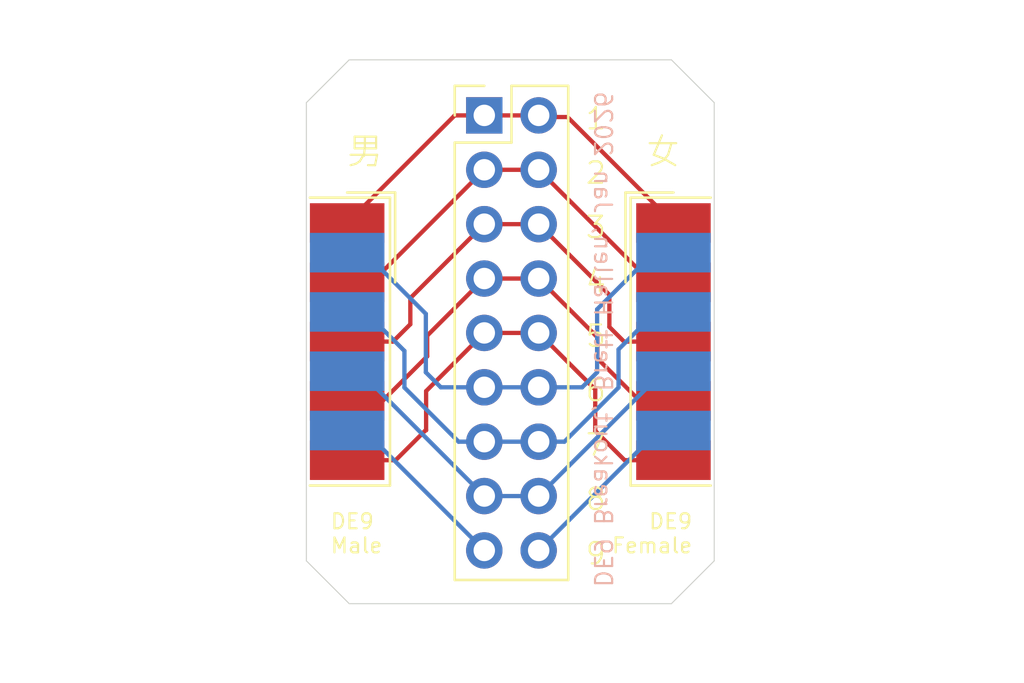
<source format=kicad_pcb>
(kicad_pcb (version 20241229) (generator "pcbnew") (generator_version "9.0")
  (title_block (title "DE9 Breakout") (date "26/JAN/2025") (rev "B") (company "Brett Hallen") (comment 1 "www.youtube.com/@Brfff"))
  (layers (0 "F.Cu" signal) (2 "B.Cu" signal) (13 "F.Paste" user) (15 "B.Paste" user) (5 "F.SilkS" user "F.Silkscreen") (7 "B.SilkS" user "B.Silkscreen") (1 "F.Mask" user) (3 "B.Mask" user) (25 "Edge.Cuts" user))
  (net 0 "")
  (net 1 "/Pin9")
  (net 2 "/Pin3")
  (net 3 "/Pin5")
  (net 4 "/Pin1")
  (net 5 "/Pin6")
  (net 6 "/Pin4")
  (net 7 "/Pin8")
  (net 8 "/Pin2")
  (net 9 "/Pin7")
  (footprint "Connector_Dsub:DSUB-9_Pins_EdgeMount_P2.77mm" (layer "F.Cu") (at 93.925 63.27 -90)
    (property "Reference" "J2" (hide yes))
    (property "Value" "DE9 Male" (hide yes))
    (fp_line (start 6.723333 1.74) (end 6.723333 -2) (stroke (width 0.12)) (layer "F.SilkS"))
    (fp_line (start -6.963333 0) (end -6.963333 -2.24) (stroke (width 0.12)) (layer "F.SilkS"))
    (fp_line (start -6.723333 -2) (end -6.723333 1.74) (stroke (width 0.12)) (layer "F.SilkS"))
    (fp_line (start 6.723333 -2) (end -6.723333 -2) (stroke (width 0.12)) (layer "F.SilkS"))
    (fp_line (start -6.963333 -2.24) (end -2.77 -2.24) (stroke (width 0.12)) (layer "F.SilkS"))
    (pad "1" smd rect (at -5.54 0 270) (size 1.846667 3.48) (layers "F.Cu" "F.Mask" "F.Paste") (net 4 "/Pin1"))
    (pad "2" smd rect (at -2.77 0 270) (size 1.846667 3.48) (layers "F.Cu" "F.Mask" "F.Paste") (net 8 "/Pin2"))
    (pad "3" smd rect (at 0 0 270) (size 1.846667 3.48) (layers "F.Cu" "F.Mask" "F.Paste") (net 2 "/Pin3"))
    (pad "4" smd rect (at 2.77 0 270) (size 1.846667 3.48) (layers "F.Cu" "F.Mask" "F.Paste") (net 6 "/Pin4"))
    (pad "5" smd rect (at 5.54 0 270) (size 1.846667 3.48) (layers "F.Cu" "F.Mask" "F.Paste") (net 3 "/Pin5"))
    (pad "6" smd rect (at -4.155 0 270) (size 1.846667 3.48) (layers "B.Cu" "B.Mask" "B.Paste") (net 5 "/Pin6"))
    (pad "7" smd rect (at -1.385 0 270) (size 1.846667 3.48) (layers "B.Cu" "B.Mask" "B.Paste") (net 9 "/Pin7"))
    (pad "8" smd rect (at 1.385 0 270) (size 1.846667 3.48) (layers "B.Cu" "B.Mask" "B.Paste") (net 7 "/Pin8"))
    (pad "9" smd rect (at 4.155 0 270) (size 1.846667 3.48) (layers "B.Cu" "B.Mask" "B.Paste") (net 1 "/Pin9"))
  )
  (footprint "Connector_Dsub:DSUB-9_Socket_EdgeMount_P2.77mm" (layer "F.Cu") (at 109.165 63.27 90)
    (property "Reference" "J3" (hide yes))
    (property "Value" "DE9 Female" (hide yes))
    (fp_line (start 6.963333 -2.24) (end 2.77 -2.24) (stroke (width 0.12)) (layer "F.SilkS"))
    (fp_line (start 6.723333 -2) (end -6.723333 -2) (stroke (width 0.12)) (layer "F.SilkS"))
    (fp_line (start -6.723333 -2) (end -6.723333 1.74) (stroke (width 0.12)) (layer "F.SilkS"))
    (fp_line (start 6.963333 0) (end 6.963333 -2.24) (stroke (width 0.12)) (layer "F.SilkS"))
    (fp_line (start 6.723333 1.74) (end 6.723333 -2) (stroke (width 0.12)) (layer "F.SilkS"))
    (pad "1" smd rect (at 5.54 0 90) (size 1.846667 3.48) (layers "F.Cu" "F.Mask" "F.Paste") (net 4 "/Pin1"))
    (pad "2" smd rect (at 2.77 0 90) (size 1.846667 3.48) (layers "F.Cu" "F.Mask" "F.Paste") (net 8 "/Pin2"))
    (pad "3" smd rect (at 0 0 90) (size 1.846667 3.48) (layers "F.Cu" "F.Mask" "F.Paste") (net 2 "/Pin3"))
    (pad "4" smd rect (at -2.77 0 90) (size 1.846667 3.48) (layers "F.Cu" "F.Mask" "F.Paste") (net 6 "/Pin4"))
    (pad "5" smd rect (at -5.54 0 90) (size 1.846667 3.48) (layers "F.Cu" "F.Mask" "F.Paste") (net 3 "/Pin5"))
    (pad "6" smd rect (at 4.155 0 90) (size 1.846667 3.48) (layers "B.Cu" "B.Mask" "B.Paste") (net 5 "/Pin6"))
    (pad "7" smd rect (at 1.385 0 90) (size 1.846667 3.48) (layers "B.Cu" "B.Mask" "B.Paste") (net 9 "/Pin7"))
    (pad "8" smd rect (at -1.385 0 90) (size 1.846667 3.48) (layers "B.Cu" "B.Mask" "B.Paste") (net 7 "/Pin8"))
    (pad "9" smd rect (at -4.155 0 90) (size 1.846667 3.48) (layers "B.Cu" "B.Mask" "B.Paste") (net 1 "/Pin9"))
  )
  (footprint "Connector_PinHeader_2.54mm:PinHeader_2x09_P2.54mm_Vertical" (layer "F.Cu") (at 100.33 52.705)
    (property "Reference" "J1" (hide yes))
    (property "Value" "Breakout" (hide yes))
    (fp_line (start -1.38 -1.38) (end 0 -1.38) (stroke (width 0.12)) (layer "F.SilkS"))
    (fp_line (start -1.38 0) (end -1.38 -1.38) (stroke (width 0.12)) (layer "F.SilkS"))
    (fp_line (start -1.38 1.27) (end -1.38 21.7) (stroke (width 0.12)) (layer "F.SilkS"))
    (fp_line (start -1.38 1.27) (end 1.27 1.27) (stroke (width 0.12)) (layer "F.SilkS"))
    (fp_line (start -1.38 21.7) (end 3.92 21.7) (stroke (width 0.12)) (layer "F.SilkS"))
    (fp_line (start 1.27 -1.38) (end 3.92 -1.38) (stroke (width 0.12)) (layer "F.SilkS"))
    (fp_line (start 1.27 1.27) (end 1.27 -1.38) (stroke (width 0.12)) (layer "F.SilkS"))
    (fp_line (start 3.92 -1.38) (end 3.92 21.7) (stroke (width 0.12)) (layer "F.SilkS"))
    (pad "a1" thru_hole rect (at 0 0) (size 1.7 1.7) (drill 1) (layers "*.Cu" "*.Mask") (net 4 "/Pin1"))
    (pad "a2" thru_hole circle (at 0 2.54) (size 1.7 1.7) (drill 1) (layers "*.Cu" "*.Mask") (net 8 "/Pin2"))
    (pad "a3" thru_hole circle (at 0 5.08) (size 1.7 1.7) (drill 1) (layers "*.Cu" "*.Mask") (net 2 "/Pin3"))
    (pad "a4" thru_hole circle (at 0 7.62) (size 1.7 1.7) (drill 1) (layers "*.Cu" "*.Mask") (net 6 "/Pin4"))
    (pad "a5" thru_hole circle (at 0 10.16) (size 1.7 1.7) (drill 1) (layers "*.Cu" "*.Mask") (net 3 "/Pin5"))
    (pad "a6" thru_hole circle (at 0 12.7) (size 1.7 1.7) (drill 1) (layers "*.Cu" "*.Mask") (net 5 "/Pin6"))
    (pad "a7" thru_hole circle (at 0 15.24) (size 1.7 1.7) (drill 1) (layers "*.Cu" "*.Mask") (net 9 "/Pin7"))
    (pad "a8" thru_hole circle (at 0 17.78) (size 1.7 1.7) (drill 1) (layers "*.Cu" "*.Mask") (net 7 "/Pin8"))
    (pad "a9" thru_hole circle (at 0 20.32) (size 1.7 1.7) (drill 1) (layers "*.Cu" "*.Mask") (net 1 "/Pin9"))
    (pad "b1" thru_hole circle (at 2.54 0) (size 1.7 1.7) (drill 1) (layers "*.Cu" "*.Mask") (net 4 "/Pin1"))
    (pad "b2" thru_hole circle (at 2.54 2.54) (size 1.7 1.7) (drill 1) (layers "*.Cu" "*.Mask") (net 8 "/Pin2"))
    (pad "b3" thru_hole circle (at 2.54 5.08) (size 1.7 1.7) (drill 1) (layers "*.Cu" "*.Mask") (net 2 "/Pin3"))
    (pad "b4" thru_hole circle (at 2.54 7.62) (size 1.7 1.7) (drill 1) (layers "*.Cu" "*.Mask") (net 6 "/Pin4"))
    (pad "b5" thru_hole circle (at 2.54 10.16) (size 1.7 1.7) (drill 1) (layers "*.Cu" "*.Mask") (net 3 "/Pin5"))
    (pad "b6" thru_hole circle (at 2.54 12.7) (size 1.7 1.7) (drill 1) (layers "*.Cu" "*.Mask") (net 5 "/Pin6"))
    (pad "b7" thru_hole circle (at 2.54 15.24) (size 1.7 1.7) (drill 1) (layers "*.Cu" "*.Mask") (net 9 "/Pin7"))
    (pad "b8" thru_hole circle (at 2.54 17.78) (size 1.7 1.7) (drill 1) (layers "*.Cu" "*.Mask") (net 7 "/Pin8"))
    (pad "b9" thru_hole circle (at 2.54 20.32) (size 1.7 1.7) (drill 1) (layers "*.Cu" "*.Mask") (net 1 "/Pin9"))
  )
  (gr_line (start 111.07 73.51) (end 111.07 52.11) (stroke (width 0.05)) (layer "Edge.Cuts"))
  (gr_line (start 109.07 50.11) (end 111.07 52.11) (stroke (width 0.05)) (layer "Edge.Cuts"))
  (gr_line (start 94.02 75.51) (end 92.02 73.51) (stroke (width 0.05)) (layer "Edge.Cuts"))
  (gr_line (start 92.02 73.51) (end 92.02 52.11) (stroke (width 0.05)) (layer "Edge.Cuts"))
  (gr_line (start 94.02 50.11) (end 109.07 50.11) (stroke (width 0.05)) (layer "Edge.Cuts"))
  (gr_line (start 109.07 75.51) (end 111.07 73.51) (stroke (width 0.05)) (layer "Edge.Cuts"))
  (gr_line (start 92.02 52.11) (end 94.02 50.11) (stroke (width 0.05)) (layer "Edge.Cuts"))
  (gr_line (start 94.02 75.51) (end 109.07 75.51) (stroke (width 0.05)) (layer "Edge.Cuts"))
  (gr_text "1" (at 104.998 53.436979 0) (layer "F.SilkS") (effects (font (size 1 1) (thickness 0.1)) (justify left bottom)))
  (gr_text "6" (at 104.998 66.136979 0) (layer "F.SilkS") (effects (font (size 1 1) (thickness 0.1)) (justify left bottom)))
  (gr_text "8" (at 104.998 71.216979 0) (layer "F.SilkS") (effects (font (size 1 1) (thickness 0.1)) (justify left bottom)))
  (gr_text "DE9\nFemale" (at 110.1 73.205 0) (layer "F.SilkS") (effects (font (size 0.7 0.7) (thickness 0.1)) (justify right bottom)))
  (gr_text "7" (at 104.998 68.676979 0) (layer "F.SilkS") (effects (font (size 1 1) (thickness 0.1)) (justify left bottom)))
  (gr_text "DE9\nMale" (at 93.1 73.205 0) (layer "F.SilkS") (effects (font (size 0.7 0.7) (thickness 0.1)) (justify left bottom)))
  (gr_text "女" (at 107.895 55.19 0) (layer "F.SilkS") (effects (font (size 1.27 1) (thickness 0.1)) (justify left bottom)))
  (gr_text "4" (at 104.998 61.056979 0) (layer "F.SilkS") (effects (font (size 1 1) (thickness 0.1)) (justify left bottom)))
  (gr_text "2" (at 104.998 55.976979 0) (layer "F.SilkS") (effects (font (size 1 1) (thickness 0.1)) (justify left bottom)))
  (gr_text "3" (at 104.998 58.516979 0) (layer "F.SilkS") (effects (font (size 1 1) (thickness 0.1)) (justify left bottom)))
  (gr_text "5" (at 104.998 63.596979 0) (layer "F.SilkS") (effects (font (size 1 1) (thickness 0.1)) (justify left bottom)))
  (gr_text "9" (at 104.998 73.756979 0) (layer "F.SilkS") (effects (font (size 1 1) (thickness 0.1)) (justify left bottom)))
  (gr_text "男" (at 93.925 55.19 0) (layer "F.SilkS") (effects (font (size 1.27 1) (thickness 0.1)) (justify left bottom)))
  (gr_text "DE9 Breakout, Brett Hallen, Jan 2026" (at 105.39861 74.807431 270) (layer "B.SilkS") (effects (font (size 0.8 0.8) (thickness 0.1)) (justify left bottom mirror)))
  (segment (start 108.47 67.425) (end 102.87 73.025) (width 0.2) (layer "B.Cu") (net 1))
  (segment (start 94.73 67.425) (end 100.33 73.025) (width 0.2) (layer "B.Cu") (net 1))
  (segment (start 109.165 67.425) (end 108.47 67.425) (width 0.2) (layer "B.Cu") (net 1))
  (segment (start 93.925 67.425) (end 94.73 67.425) (width 0.2) (layer "B.Cu") (net 1))
  (segment (start 96.8756 61.2394) (end 96.8756 62.4586) (width 0.2) (layer "F.Cu") (net 2))
  (segment (start 96.0642 63.27) (end 93.925 63.27) (width 0.2) (layer "F.Cu") (net 2))
  (segment (start 106.8564 63.27) (end 109.165 63.27) (width 0.2) (layer "F.Cu") (net 2))
  (segment (start 106.172 62.5856) (end 106.8564 63.27) (width 0.2) (layer "F.Cu") (net 2))
  (segment (start 100.33 57.785) (end 102.87 57.785) (width 0.2) (layer "F.Cu") (net 2))
  (segment (start 102.87 57.785) (end 106.172 61.087) (width 0.2) (layer "F.Cu") (net 2))
  (segment (start 96.8756 62.4586) (end 96.0642 63.27) (width 0.2) (layer "F.Cu") (net 2))
  (segment (start 106.172 61.087) (end 106.172 62.5856) (width 0.2) (layer "F.Cu") (net 2))
  (segment (start 100.33 57.785) (end 96.8756 61.2394) (width 0.2) (layer "F.Cu") (net 2))
  (segment (start 100.33 62.865) (end 97.6122 65.5828) (width 0.2) (layer "F.Cu") (net 3))
  (segment (start 97.6122 65.5828) (end 97.6122 67.4116) (width 0.2) (layer "F.Cu") (net 3))
  (segment (start 97.5868 67.4116) (end 96.1884 68.81) (width 0.2) (layer "F.Cu") (net 3))
  (segment (start 102.87 62.865) (end 105.5116 65.5066) (width 0.2) (layer "F.Cu") (net 3))
  (segment (start 105.5116 67.4624) (end 105.537 67.4624) (width 0.2) (layer "F.Cu") (net 3))
  (segment (start 100.33 62.865) (end 102.87 62.865) (width 0.2) (layer "F.Cu") (net 3))
  (segment (start 105.537 67.4624) (end 106.8846 68.81) (width 0.2) (layer "F.Cu") (net 3))
  (segment (start 96.1884 68.81) (end 93.925 68.81) (width 0.2) (layer "F.Cu") (net 3))
  (segment (start 106.8846 68.81) (end 109.165 68.81) (width 0.2) (layer "F.Cu") (net 3))
  (segment (start 97.6122 67.4116) (end 97.5868 67.4116) (width 0.2) (layer "F.Cu") (net 3))
  (segment (start 105.5116 65.5066) (end 105.5116 67.4624) (width 0.2) (layer "F.Cu") (net 3))
  (segment (start 104.2162 52.7812) (end 102.9462 52.7812) (width 0.2) (layer "F.Cu") (net 4))
  (segment (start 109.165 57.73) (end 104.2162 52.7812) (width 0.2) (layer "F.Cu") (net 4))
  (segment (start 98.95 52.705) (end 100.33 52.705) (width 0.2) (layer "F.Cu") (net 4))
  (segment (start 100.33 52.705) (end 102.87 52.705) (width 0.2) (layer "F.Cu") (net 4))
  (segment (start 102.9462 52.7812) (end 102.87 52.705) (width 0.2) (layer "F.Cu") (net 4))
  (segment (start 93.925 57.73) (end 98.95 52.705) (width 0.2) (layer "F.Cu") (net 4))
  (segment (start 93.925 59.115) (end 94.741667 59.115) (width 0.2) (layer "B.Cu") (net 5))
  (segment (start 94.741667 59.115) (end 97.6 61.973333) (width 0.2) (layer "B.Cu") (net 5))
  (segment (start 97.6 61.973333) (end 97.6 64.705) (width 0.2) (layer "B.Cu") (net 5))
  (segment (start 100.33 65.405) (end 102.87 65.405) (width 0.2) (layer "B.Cu") (net 5))
  (segment (start 97.6 64.705) (end 98.3 65.405) (width 0.2) (layer "B.Cu") (net 5))
  (segment (start 105.6 64.705) (end 104.9 65.405) (width 0.2) (layer "B.Cu") (net 5))
  (segment (start 108.24776 59.115) (end 105.6 61.76276) (width 0.2) (layer "B.Cu") (net 5))
  (segment (start 98.3 65.405) (end 100.33 65.405) (width 0.2) (layer "B.Cu") (net 5))
  (segment (start 104.9 65.405) (end 102.87 65.405) (width 0.2) (layer "B.Cu") (net 5))
  (segment (start 105.6 61.76276) (end 105.6 64.705) (width 0.2) (layer "B.Cu") (net 5))
  (segment (start 109.165 59.115) (end 108.24776 59.115) (width 0.2) (layer "B.Cu") (net 5))
  (segment (start 97.663 62.992) (end 97.663 63.9572) (width 0.2) (layer "F.Cu") (net 6))
  (segment (start 95.5802 66.04) (end 93.925 66.04) (width 0.2) (layer "F.Cu") (net 6))
  (segment (start 102.87 60.325) (end 105.6132 63.0682) (width 0.2) (layer "F.Cu") (net 6))
  (segment (start 100.33 60.325) (end 97.663 62.992) (width 0.2) (layer "F.Cu") (net 6))
  (segment (start 107.5944 66.04) (end 109.165 66.04) (width 0.2) (layer "F.Cu") (net 6))
  (segment (start 97.663 63.9572) (end 95.5802 66.04) (width 0.2) (layer "F.Cu") (net 6))
  (segment (start 105.6132 64.0588) (end 107.5944 66.04) (width 0.2) (layer "F.Cu") (net 6))
  (segment (start 105.6132 63.0682) (end 105.6132 64.0588) (width 0.2) (layer "F.Cu") (net 6))
  (segment (start 102.87 60.325) (end 100.33 60.325) (width 0.2) (layer "F.Cu") (net 6))
  (segment (start 94.5 64.655) (end 100.33 70.485) (width 0.2) (layer "B.Cu") (net 7))
  (segment (start 108.7 64.655) (end 102.87 70.485) (width 0.2) (layer "B.Cu") (net 7))
  (segment (start 93.925 64.655) (end 94.5 64.655) (width 0.2) (layer "B.Cu") (net 7))
  (segment (start 109.165 64.655) (end 108.7 64.655) (width 0.2) (layer "B.Cu") (net 7))
  (segment (start 102.87 70.485) (end 100.33 70.485) (width 0.2) (layer "B.Cu") (net 7))
  (segment (start 93.925 60.5) (end 95.075 60.5) (width 0.2) (layer "F.Cu") (net 8))
  (segment (start 109.165 60.5) (end 108.125 60.5) (width 0.2) (layer "F.Cu") (net 8))
  (segment (start 100.33 55.245) (end 102.87 55.245) (width 0.2) (layer "F.Cu") (net 8))
  (segment (start 108.125 60.5) (end 102.87 55.245) (width 0.2) (layer "F.Cu") (net 8))
  (segment (start 95.075 60.5) (end 100.33 55.245) (width 0.2) (layer "F.Cu") (net 8))
  (segment (start 94.78 61.885) (end 96.6 63.705) (width 0.2) (layer "B.Cu") (net 9))
  (segment (start 93.925 61.885) (end 94.78 61.885) (width 0.2) (layer "B.Cu") (net 9))
  (segment (start 96.6 65.417081) (end 99.127919 67.945) (width 0.2) (layer "B.Cu") (net 9))
  (segment (start 108.348333 61.885) (end 106.6 63.633333) (width 0.2) (layer "B.Cu") (net 9))
  (segment (start 109.165 61.885) (end 108.348333 61.885) (width 0.2) (layer "B.Cu") (net 9))
  (segment (start 99.127919 67.945) (end 100.33 67.945) (width 0.2) (layer "B.Cu") (net 9))
  (segment (start 96.6 63.705) (end 96.6 65.417081) (width 0.2) (layer "B.Cu") (net 9))
  (segment (start 104.072081 67.945) (end 102.87 67.945) (width 0.2) (layer "B.Cu") (net 9))
  (segment (start 106.6 65.417081) (end 104.072081 67.945) (width 0.2) (layer "B.Cu") (net 9))
  (segment (start 106.6 63.633333) (end 106.6 65.417081) (width 0.2) (layer "B.Cu") (net 9))
  (segment (start 100.33 67.945) (end 102.87 67.945) (width 0.2) (layer "B.Cu") (net 9))
)
</source>
